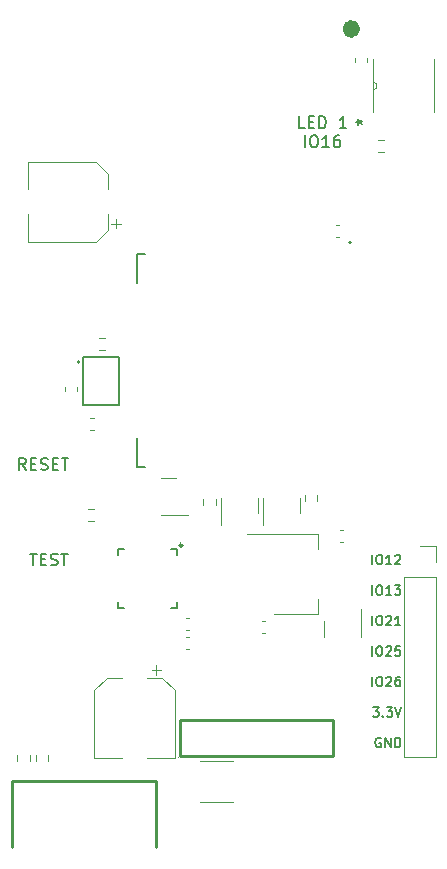
<source format=gbr>
%TF.GenerationSoftware,KiCad,Pcbnew,(6.0.0-0)*%
%TF.CreationDate,2022-03-10T20:06:04+01:00*%
%TF.ProjectId,GlowTowerPCB,476c6f77-546f-4776-9572-5043422e6b69,rev?*%
%TF.SameCoordinates,Original*%
%TF.FileFunction,Legend,Top*%
%TF.FilePolarity,Positive*%
%FSLAX46Y46*%
G04 Gerber Fmt 4.6, Leading zero omitted, Abs format (unit mm)*
G04 Created by KiCad (PCBNEW (6.0.0-0)) date 2022-03-10 20:06:04*
%MOMM*%
%LPD*%
G01*
G04 APERTURE LIST*
%ADD10C,0.734422*%
%ADD11C,0.150000*%
%ADD12C,0.254001*%
%ADD13C,0.059995*%
%ADD14C,0.120000*%
%ADD15C,0.250000*%
%ADD16C,0.127000*%
%ADD17C,0.200000*%
G04 APERTURE END LIST*
D10*
X84786724Y-60439676D02*
G75*
G03*
X84786724Y-60439676I-367211J0D01*
G01*
D11*
X57214361Y-104860780D02*
X57785790Y-104860780D01*
X57500076Y-105860780D02*
X57500076Y-104860780D01*
X58119123Y-105336971D02*
X58452457Y-105336971D01*
X58595314Y-105860780D02*
X58119123Y-105860780D01*
X58119123Y-104860780D01*
X58595314Y-104860780D01*
X58976266Y-105813161D02*
X59119123Y-105860780D01*
X59357219Y-105860780D01*
X59452457Y-105813161D01*
X59500076Y-105765542D01*
X59547695Y-105670304D01*
X59547695Y-105575066D01*
X59500076Y-105479828D01*
X59452457Y-105432209D01*
X59357219Y-105384590D01*
X59166742Y-105336971D01*
X59071504Y-105289352D01*
X59023885Y-105241733D01*
X58976266Y-105146495D01*
X58976266Y-105051257D01*
X59023885Y-104956019D01*
X59071504Y-104908400D01*
X59166742Y-104860780D01*
X59404838Y-104860780D01*
X59547695Y-104908400D01*
X59833409Y-104860780D02*
X60404838Y-104860780D01*
X60119123Y-105860780D02*
X60119123Y-104860780D01*
X80470000Y-68847380D02*
X79993809Y-68847380D01*
X79993809Y-67847380D01*
X80803333Y-68323571D02*
X81136666Y-68323571D01*
X81279523Y-68847380D02*
X80803333Y-68847380D01*
X80803333Y-67847380D01*
X81279523Y-67847380D01*
X81708095Y-68847380D02*
X81708095Y-67847380D01*
X81946190Y-67847380D01*
X82089047Y-67895000D01*
X82184285Y-67990238D01*
X82231904Y-68085476D01*
X82279523Y-68275952D01*
X82279523Y-68418809D01*
X82231904Y-68609285D01*
X82184285Y-68704523D01*
X82089047Y-68799761D01*
X81946190Y-68847380D01*
X81708095Y-68847380D01*
X83993809Y-68847380D02*
X83422380Y-68847380D01*
X83708095Y-68847380D02*
X83708095Y-67847380D01*
X83612857Y-67990238D01*
X83517619Y-68085476D01*
X83422380Y-68133095D01*
X80493809Y-70457380D02*
X80493809Y-69457380D01*
X81160476Y-69457380D02*
X81350952Y-69457380D01*
X81446190Y-69505000D01*
X81541428Y-69600238D01*
X81589047Y-69790714D01*
X81589047Y-70124047D01*
X81541428Y-70314523D01*
X81446190Y-70409761D01*
X81350952Y-70457380D01*
X81160476Y-70457380D01*
X81065238Y-70409761D01*
X80970000Y-70314523D01*
X80922380Y-70124047D01*
X80922380Y-69790714D01*
X80970000Y-69600238D01*
X81065238Y-69505000D01*
X81160476Y-69457380D01*
X82541428Y-70457380D02*
X81970000Y-70457380D01*
X82255714Y-70457380D02*
X82255714Y-69457380D01*
X82160476Y-69600238D01*
X82065238Y-69695476D01*
X81970000Y-69743095D01*
X83398571Y-69457380D02*
X83208095Y-69457380D01*
X83112857Y-69505000D01*
X83065238Y-69552619D01*
X82970000Y-69695476D01*
X82922380Y-69885952D01*
X82922380Y-70266904D01*
X82970000Y-70362142D01*
X83017619Y-70409761D01*
X83112857Y-70457380D01*
X83303333Y-70457380D01*
X83398571Y-70409761D01*
X83446190Y-70362142D01*
X83493809Y-70266904D01*
X83493809Y-70028809D01*
X83446190Y-69933571D01*
X83398571Y-69885952D01*
X83303333Y-69838333D01*
X83112857Y-69838333D01*
X83017619Y-69885952D01*
X82970000Y-69933571D01*
X82922380Y-70028809D01*
X56847219Y-97780780D02*
X56513885Y-97304590D01*
X56275790Y-97780780D02*
X56275790Y-96780780D01*
X56656742Y-96780780D01*
X56751980Y-96828400D01*
X56799600Y-96876019D01*
X56847219Y-96971257D01*
X56847219Y-97114114D01*
X56799600Y-97209352D01*
X56751980Y-97256971D01*
X56656742Y-97304590D01*
X56275790Y-97304590D01*
X57275790Y-97256971D02*
X57609123Y-97256971D01*
X57751980Y-97780780D02*
X57275790Y-97780780D01*
X57275790Y-96780780D01*
X57751980Y-96780780D01*
X58132933Y-97733161D02*
X58275790Y-97780780D01*
X58513885Y-97780780D01*
X58609123Y-97733161D01*
X58656742Y-97685542D01*
X58704361Y-97590304D01*
X58704361Y-97495066D01*
X58656742Y-97399828D01*
X58609123Y-97352209D01*
X58513885Y-97304590D01*
X58323409Y-97256971D01*
X58228171Y-97209352D01*
X58180552Y-97161733D01*
X58132933Y-97066495D01*
X58132933Y-96971257D01*
X58180552Y-96876019D01*
X58228171Y-96828400D01*
X58323409Y-96780780D01*
X58561504Y-96780780D01*
X58704361Y-96828400D01*
X59132933Y-97256971D02*
X59466266Y-97256971D01*
X59609123Y-97780780D02*
X59132933Y-97780780D01*
X59132933Y-96780780D01*
X59609123Y-96780780D01*
X59894838Y-96780780D02*
X60466266Y-96780780D01*
X60180552Y-97780780D02*
X60180552Y-96780780D01*
X86180119Y-105783904D02*
X86180119Y-104983904D01*
X86713452Y-104983904D02*
X86865833Y-104983904D01*
X86942023Y-105022000D01*
X87018214Y-105098190D01*
X87056309Y-105250571D01*
X87056309Y-105517238D01*
X87018214Y-105669619D01*
X86942023Y-105745809D01*
X86865833Y-105783904D01*
X86713452Y-105783904D01*
X86637261Y-105745809D01*
X86561071Y-105669619D01*
X86522976Y-105517238D01*
X86522976Y-105250571D01*
X86561071Y-105098190D01*
X86637261Y-105022000D01*
X86713452Y-104983904D01*
X87818214Y-105783904D02*
X87361071Y-105783904D01*
X87589642Y-105783904D02*
X87589642Y-104983904D01*
X87513452Y-105098190D01*
X87437261Y-105174380D01*
X87361071Y-105212476D01*
X88122976Y-105060095D02*
X88161071Y-105022000D01*
X88237261Y-104983904D01*
X88427738Y-104983904D01*
X88503928Y-105022000D01*
X88542023Y-105060095D01*
X88580119Y-105136285D01*
X88580119Y-105212476D01*
X88542023Y-105326761D01*
X88084880Y-105783904D01*
X88580119Y-105783904D01*
X86180119Y-108359904D02*
X86180119Y-107559904D01*
X86713452Y-107559904D02*
X86865833Y-107559904D01*
X86942023Y-107598000D01*
X87018214Y-107674190D01*
X87056309Y-107826571D01*
X87056309Y-108093238D01*
X87018214Y-108245619D01*
X86942023Y-108321809D01*
X86865833Y-108359904D01*
X86713452Y-108359904D01*
X86637261Y-108321809D01*
X86561071Y-108245619D01*
X86522976Y-108093238D01*
X86522976Y-107826571D01*
X86561071Y-107674190D01*
X86637261Y-107598000D01*
X86713452Y-107559904D01*
X87818214Y-108359904D02*
X87361071Y-108359904D01*
X87589642Y-108359904D02*
X87589642Y-107559904D01*
X87513452Y-107674190D01*
X87437261Y-107750380D01*
X87361071Y-107788476D01*
X88084880Y-107559904D02*
X88580119Y-107559904D01*
X88313452Y-107864666D01*
X88427738Y-107864666D01*
X88503928Y-107902761D01*
X88542023Y-107940857D01*
X88580119Y-108017047D01*
X88580119Y-108207523D01*
X88542023Y-108283714D01*
X88503928Y-108321809D01*
X88427738Y-108359904D01*
X88199166Y-108359904D01*
X88122976Y-108321809D01*
X88084880Y-108283714D01*
X86180119Y-110935904D02*
X86180119Y-110135904D01*
X86713452Y-110135904D02*
X86865833Y-110135904D01*
X86942023Y-110174000D01*
X87018214Y-110250190D01*
X87056309Y-110402571D01*
X87056309Y-110669238D01*
X87018214Y-110821619D01*
X86942023Y-110897809D01*
X86865833Y-110935904D01*
X86713452Y-110935904D01*
X86637261Y-110897809D01*
X86561071Y-110821619D01*
X86522976Y-110669238D01*
X86522976Y-110402571D01*
X86561071Y-110250190D01*
X86637261Y-110174000D01*
X86713452Y-110135904D01*
X87361071Y-110212095D02*
X87399166Y-110174000D01*
X87475357Y-110135904D01*
X87665833Y-110135904D01*
X87742023Y-110174000D01*
X87780119Y-110212095D01*
X87818214Y-110288285D01*
X87818214Y-110364476D01*
X87780119Y-110478761D01*
X87322976Y-110935904D01*
X87818214Y-110935904D01*
X88580119Y-110935904D02*
X88122976Y-110935904D01*
X88351547Y-110935904D02*
X88351547Y-110135904D01*
X88275357Y-110250190D01*
X88199166Y-110326380D01*
X88122976Y-110364476D01*
X86180119Y-113511904D02*
X86180119Y-112711904D01*
X86713452Y-112711904D02*
X86865833Y-112711904D01*
X86942023Y-112750000D01*
X87018214Y-112826190D01*
X87056309Y-112978571D01*
X87056309Y-113245238D01*
X87018214Y-113397619D01*
X86942023Y-113473809D01*
X86865833Y-113511904D01*
X86713452Y-113511904D01*
X86637261Y-113473809D01*
X86561071Y-113397619D01*
X86522976Y-113245238D01*
X86522976Y-112978571D01*
X86561071Y-112826190D01*
X86637261Y-112750000D01*
X86713452Y-112711904D01*
X87361071Y-112788095D02*
X87399166Y-112750000D01*
X87475357Y-112711904D01*
X87665833Y-112711904D01*
X87742023Y-112750000D01*
X87780119Y-112788095D01*
X87818214Y-112864285D01*
X87818214Y-112940476D01*
X87780119Y-113054761D01*
X87322976Y-113511904D01*
X87818214Y-113511904D01*
X88542023Y-112711904D02*
X88161071Y-112711904D01*
X88122976Y-113092857D01*
X88161071Y-113054761D01*
X88237261Y-113016666D01*
X88427738Y-113016666D01*
X88503928Y-113054761D01*
X88542023Y-113092857D01*
X88580119Y-113169047D01*
X88580119Y-113359523D01*
X88542023Y-113435714D01*
X88503928Y-113473809D01*
X88427738Y-113511904D01*
X88237261Y-113511904D01*
X88161071Y-113473809D01*
X88122976Y-113435714D01*
X86180119Y-116087904D02*
X86180119Y-115287904D01*
X86713452Y-115287904D02*
X86865833Y-115287904D01*
X86942023Y-115326000D01*
X87018214Y-115402190D01*
X87056309Y-115554571D01*
X87056309Y-115821238D01*
X87018214Y-115973619D01*
X86942023Y-116049809D01*
X86865833Y-116087904D01*
X86713452Y-116087904D01*
X86637261Y-116049809D01*
X86561071Y-115973619D01*
X86522976Y-115821238D01*
X86522976Y-115554571D01*
X86561071Y-115402190D01*
X86637261Y-115326000D01*
X86713452Y-115287904D01*
X87361071Y-115364095D02*
X87399166Y-115326000D01*
X87475357Y-115287904D01*
X87665833Y-115287904D01*
X87742023Y-115326000D01*
X87780119Y-115364095D01*
X87818214Y-115440285D01*
X87818214Y-115516476D01*
X87780119Y-115630761D01*
X87322976Y-116087904D01*
X87818214Y-116087904D01*
X88503928Y-115287904D02*
X88351547Y-115287904D01*
X88275357Y-115326000D01*
X88237261Y-115364095D01*
X88161071Y-115478380D01*
X88122976Y-115630761D01*
X88122976Y-115935523D01*
X88161071Y-116011714D01*
X88199166Y-116049809D01*
X88275357Y-116087904D01*
X88427738Y-116087904D01*
X88503928Y-116049809D01*
X88542023Y-116011714D01*
X88580119Y-115935523D01*
X88580119Y-115745047D01*
X88542023Y-115668857D01*
X88503928Y-115630761D01*
X88427738Y-115592666D01*
X88275357Y-115592666D01*
X88199166Y-115630761D01*
X88161071Y-115668857D01*
X88122976Y-115745047D01*
X86256309Y-117863904D02*
X86751547Y-117863904D01*
X86484880Y-118168666D01*
X86599166Y-118168666D01*
X86675357Y-118206761D01*
X86713452Y-118244857D01*
X86751547Y-118321047D01*
X86751547Y-118511523D01*
X86713452Y-118587714D01*
X86675357Y-118625809D01*
X86599166Y-118663904D01*
X86370595Y-118663904D01*
X86294404Y-118625809D01*
X86256309Y-118587714D01*
X87094404Y-118587714D02*
X87132500Y-118625809D01*
X87094404Y-118663904D01*
X87056309Y-118625809D01*
X87094404Y-118587714D01*
X87094404Y-118663904D01*
X87399166Y-117863904D02*
X87894404Y-117863904D01*
X87627738Y-118168666D01*
X87742023Y-118168666D01*
X87818214Y-118206761D01*
X87856309Y-118244857D01*
X87894404Y-118321047D01*
X87894404Y-118511523D01*
X87856309Y-118587714D01*
X87818214Y-118625809D01*
X87742023Y-118663904D01*
X87513452Y-118663904D01*
X87437261Y-118625809D01*
X87399166Y-118587714D01*
X88122976Y-117863904D02*
X88389642Y-118663904D01*
X88656309Y-117863904D01*
X86903928Y-120478000D02*
X86827738Y-120439904D01*
X86713452Y-120439904D01*
X86599166Y-120478000D01*
X86522976Y-120554190D01*
X86484880Y-120630380D01*
X86446785Y-120782761D01*
X86446785Y-120897047D01*
X86484880Y-121049428D01*
X86522976Y-121125619D01*
X86599166Y-121201809D01*
X86713452Y-121239904D01*
X86789642Y-121239904D01*
X86903928Y-121201809D01*
X86942023Y-121163714D01*
X86942023Y-120897047D01*
X86789642Y-120897047D01*
X87284880Y-121239904D02*
X87284880Y-120439904D01*
X87742023Y-121239904D01*
X87742023Y-120439904D01*
X88122976Y-121239904D02*
X88122976Y-120439904D01*
X88313452Y-120439904D01*
X88427738Y-120478000D01*
X88503928Y-120554190D01*
X88542023Y-120630380D01*
X88580119Y-120782761D01*
X88580119Y-120897047D01*
X88542023Y-121049428D01*
X88503928Y-121125619D01*
X88427738Y-121201809D01*
X88313452Y-121239904D01*
X88122976Y-121239904D01*
%TO.C,U1*%
X84853780Y-68343400D02*
X85091876Y-68343400D01*
X84996638Y-68581495D02*
X85091876Y-68343400D01*
X84996638Y-68105304D01*
X85282352Y-68486257D02*
X85091876Y-68343400D01*
X85282352Y-68200542D01*
D12*
%TO.C,F2*%
X82882180Y-118936386D02*
X82882180Y-122036462D01*
X69882180Y-122036462D02*
X69882180Y-118936386D01*
X69882180Y-118936386D02*
X82882180Y-118936386D01*
X82882180Y-122036208D02*
X69882180Y-122036208D01*
D13*
X69785177Y-122163462D02*
G75*
G03*
X69785177Y-122163462I-29997J0D01*
G01*
D14*
%TO.C,C4*%
X70403733Y-111950000D02*
X70696267Y-111950000D01*
X70403733Y-112970000D02*
X70696267Y-112970000D01*
%TO.C,U4*%
X81612500Y-103190000D02*
X81612500Y-104450000D01*
X81612500Y-110010000D02*
X81612500Y-108750000D01*
X77852500Y-110010000D02*
X81612500Y-110010000D01*
X75602500Y-103190000D02*
X81612500Y-103190000D01*
%TO.C,C9*%
X77111267Y-111600000D02*
X76818733Y-111600000D01*
X77111267Y-110580000D02*
X76818733Y-110580000D01*
%TO.C,C3*%
X57030000Y-71670000D02*
X57030000Y-74020000D01*
X63850000Y-72734437D02*
X62785563Y-71670000D01*
X63850000Y-77425563D02*
X63850000Y-76140000D01*
X63850000Y-77425563D02*
X62785563Y-78490000D01*
X57030000Y-78490000D02*
X57030000Y-76140000D01*
X64877500Y-76927500D02*
X64090000Y-76927500D01*
X62785563Y-78490000D02*
X57030000Y-78490000D01*
X64483750Y-77321250D02*
X64483750Y-76533750D01*
X63850000Y-72734437D02*
X63850000Y-74020000D01*
X62785563Y-71670000D02*
X57030000Y-71670000D01*
D12*
%TO.C,RJ1*%
X67904151Y-124088848D02*
X67904151Y-129688873D01*
X55704100Y-129688873D02*
X55704075Y-124088822D01*
X55704100Y-124088873D02*
X67904126Y-124088873D01*
D13*
X67934123Y-124088898D02*
G75*
G03*
X67934123Y-124088898I-29997J0D01*
G01*
D14*
%TO.C,C2*%
X62650000Y-122180000D02*
X65000000Y-122180000D01*
X63714437Y-115360000D02*
X65000000Y-115360000D01*
X63714437Y-115360000D02*
X62650000Y-116424437D01*
X69470000Y-122180000D02*
X67120000Y-122180000D01*
X68405563Y-115360000D02*
X67120000Y-115360000D01*
X67907500Y-114332500D02*
X67907500Y-115120000D01*
X68405563Y-115360000D02*
X69470000Y-116424437D01*
X69470000Y-116424437D02*
X69470000Y-122180000D01*
X62650000Y-116424437D02*
X62650000Y-122180000D01*
X68301250Y-114726250D02*
X67513750Y-114726250D01*
%TO.C,R3*%
X57707500Y-121905276D02*
X57707500Y-122414724D01*
X58752500Y-121905276D02*
X58752500Y-122414724D01*
D11*
%TO.C,U3*%
X64670000Y-108950000D02*
X64670000Y-109450000D01*
X64670000Y-104450000D02*
X65170000Y-104450000D01*
X69670000Y-109450000D02*
X69170000Y-109450000D01*
X69670000Y-104450000D02*
X69170000Y-104450000D01*
X64670000Y-109450000D02*
X65170000Y-109450000D01*
X69670000Y-104950000D02*
X69670000Y-104450000D01*
X64670000Y-104950000D02*
X64670000Y-104450000D01*
X69670000Y-108950000D02*
X69670000Y-109450000D01*
D15*
X70114400Y-104156000D02*
G75*
G03*
X70114400Y-104156000I-125000J0D01*
G01*
D14*
%TO.C,R1*%
X63568724Y-87658700D02*
X63059276Y-87658700D01*
X63568724Y-86613700D02*
X63059276Y-86613700D01*
D16*
%TO.C,U2*%
X66291218Y-95072963D02*
X66291218Y-97522963D01*
X66941218Y-79522963D02*
X66291218Y-79522963D01*
X66291218Y-97522963D02*
X66941218Y-97522963D01*
X66291218Y-79522963D02*
X66291218Y-81972963D01*
D17*
X84391218Y-78522963D02*
G75*
G03*
X84391218Y-78522963I-100000J0D01*
G01*
D14*
%TO.C,C10*%
X83728767Y-102830000D02*
X83436233Y-102830000D01*
X83728767Y-103850000D02*
X83436233Y-103850000D01*
%TO.C,R10*%
X62147776Y-101057500D02*
X62657224Y-101057500D01*
X62147776Y-102102500D02*
X62657224Y-102102500D01*
%TO.C,U1*%
X91402700Y-67517900D02*
X91402700Y-63022100D01*
X86297300Y-63022100D02*
X86297300Y-67517900D01*
X86297300Y-65574800D02*
G75*
G03*
X86297300Y-64965200I0J304800D01*
G01*
%TO.C,C5*%
X83083713Y-77025024D02*
X83376247Y-77025024D01*
X83083713Y-78045024D02*
X83376247Y-78045024D01*
%TO.C,R9*%
X80467500Y-100434724D02*
X80467500Y-99925276D01*
X81512500Y-100434724D02*
X81512500Y-99925276D01*
%TO.C,C7*%
X70697367Y-110299000D02*
X70404833Y-110299000D01*
X70697367Y-111319000D02*
X70404833Y-111319000D01*
%TO.C,C1*%
X85712800Y-62913933D02*
X85712800Y-63206467D01*
X84692800Y-62913933D02*
X84692800Y-63206467D01*
%TO.C,C12*%
X60181500Y-91072467D02*
X60181500Y-90779933D01*
X61201500Y-91072467D02*
X61201500Y-90779933D01*
%TO.C,J1*%
X88910000Y-106820000D02*
X91570000Y-106820000D01*
X90240000Y-104220000D02*
X91570000Y-104220000D01*
X91570000Y-106820000D02*
X91570000Y-122120000D01*
X91570000Y-104220000D02*
X91570000Y-105550000D01*
X88910000Y-106820000D02*
X88910000Y-122120000D01*
X88910000Y-122120000D02*
X91570000Y-122120000D01*
%TO.C,C11*%
X62626267Y-93367000D02*
X62333733Y-93367000D01*
X62626267Y-94387000D02*
X62333733Y-94387000D01*
%TO.C,Q1*%
X80040000Y-100780000D02*
X80040000Y-100130000D01*
X76920000Y-100780000D02*
X76920000Y-100130000D01*
X80040000Y-100780000D02*
X80040000Y-101430000D01*
X76920000Y-100780000D02*
X76920000Y-102455000D01*
%TO.C,R8*%
X72932500Y-100245276D02*
X72932500Y-100754724D01*
X71887500Y-100245276D02*
X71887500Y-100754724D01*
%TO.C,Q4*%
X85210000Y-111250000D02*
X85210000Y-111900000D01*
X82090000Y-111250000D02*
X82090000Y-111900000D01*
X85210000Y-111250000D02*
X85210000Y-109575000D01*
X82090000Y-111250000D02*
X82090000Y-110600000D01*
%TO.C,F1*%
X74364832Y-125879424D02*
X71592328Y-125879424D01*
X74364832Y-122459424D02*
X71592328Y-122459424D01*
%TO.C,Q2*%
X73390000Y-100790000D02*
X73390000Y-100140000D01*
X76510000Y-100790000D02*
X76510000Y-100140000D01*
X76510000Y-100790000D02*
X76510000Y-101440000D01*
X73390000Y-100790000D02*
X73390000Y-102465000D01*
%TO.C,R4*%
X56137500Y-121885276D02*
X56137500Y-122394724D01*
X57182500Y-121885276D02*
X57182500Y-122394724D01*
%TO.C,Q3*%
X68940000Y-101620000D02*
X68290000Y-101620000D01*
X68940000Y-98500000D02*
X69590000Y-98500000D01*
X68940000Y-98500000D02*
X68290000Y-98500000D01*
X68940000Y-101620000D02*
X70615000Y-101620000D01*
%TO.C,R2*%
X87164724Y-70892500D02*
X86655276Y-70892500D01*
X87164724Y-69847500D02*
X86655276Y-69847500D01*
D17*
%TO.C,MK1*%
X61431200Y-88628000D02*
G75*
G03*
X61431200Y-88628000I-100000J0D01*
G01*
D16*
X61731200Y-88253000D02*
X64731200Y-88253000D01*
X64731200Y-88253000D02*
X64731200Y-92253000D01*
X61731200Y-92253000D02*
X61731200Y-88253000D01*
X64731200Y-92253000D02*
X61731200Y-92253000D01*
%TD*%
M02*

</source>
